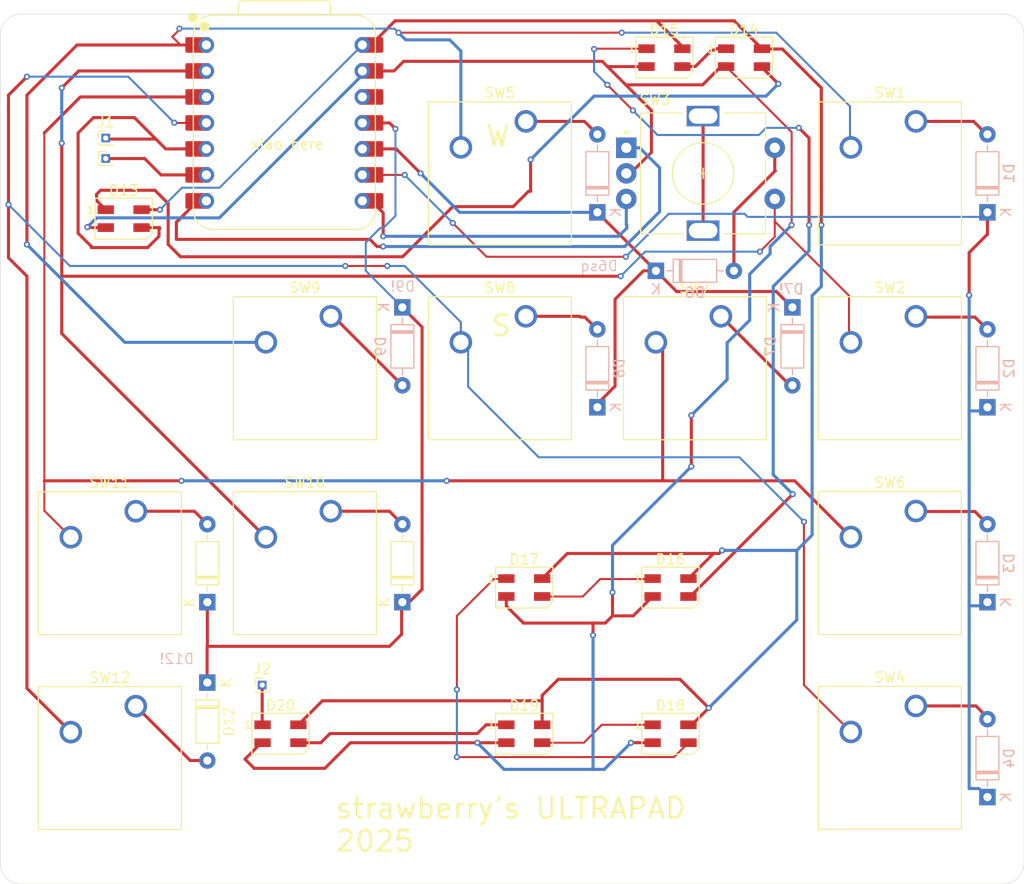
<source format=kicad_pcb>
(kicad_pcb (version 20241129) (generator "pcbnew") (generator_version "8.99")
  (layers (0 "F.Cu" signal) (2 "B.Cu" signal) (13 "F.Paste" user) (15 "B.Paste" user) (5 "F.SilkS" user "F.Silkscreen") (7 "B.SilkS" user "B.Silkscreen") (1 "F.Mask" user) (3 "B.Mask" user) (25 "Edge.Cuts" user))
  (net 0 "")
  (net 1 "Net-(D1-A)")
  (net 2 "ROW1")
  (net 3 "Net-(D2-A)")
  (net 4 "Net-(D3-A)")
  (net 5 "Net-(D4-A)")
  (net 6 "Net-(D5-A)")
  (net 7 "ROW2")
  (net 8 "Net-(D6-A)")
  (net 9 "Net-(D7-A)")
  (net 10 "Net-(D8-A)")
  (net 11 "ROW3")
  (net 12 "Net-(D9-A)")
  (net 13 "Net-(D10-A)")
  (net 14 "Net-(D11-A)")
  (net 15 "Net-(D12-A)")
  (net 16 "+5V")
  (net 17 "GND")
  (net 18 "Net-(D13-DOUT)")
  (net 19 "RGB_IN")
  (net 20 "Net-(D14-DOUT)")
  (net 21 "Net-(D15-DOUT)")
  (net 22 "Net-(D16-DOUT)")
  (net 23 "Net-(D17-DOUT)")
  (net 24 "Net-(D18-DOUT)")
  (net 25 "Net-(D19-DOUT)")
  (net 26 "Net-(D20-DOUT)")
  (net 27 "Net-(J3-Pin_1)")
  (net 28 "COL1")
  (net 29 "COL2")
  (net 30 "rotencB")
  (net 31 "rotencA")
  (net 32 "unconnected-(SW3-PadMP)")
  (net 33 "COL3")
  (net 34 "COL4")
  (net 35 "+3V3")
  (footprint "Button_Switch_Keyboard:SW_Cherry_MX_1.00u_PCB" (layer "F.Cu") (at 121.44375 59.53125)
    (property "Reference" "SW2")
    (property "Value" "SW_Push")
  )
  (footprint "Connector_PinHeader_1.00mm:PinHeader_1x01_P1.00mm_Vertical" (layer "F.Cu") (at 42.30375 44.11125)
    (property "Reference" "J3" (hide yes))
    (property "Value" "Conn_01x01_Pin")
  )
  (footprint "Diode_THT:D_DO-35_SOD27_P7.62mm_Horizontal" (layer "F.Cu") (at 52.228726 95.329404 -90)
    (property "Reference" "D12")
    (property "Value" "1N4148")
  )
  (footprint "Button_Switch_Keyboard:SW_Cherry_MX_1.00u_PCB" (layer "F.Cu") (at 83.34375 40.48125)
    (property "Reference" "SW5")
    (property "Value" "SW_Push")
  )
  (footprint "LED_SMD:LED_SK6812MINI_PLCC4_3.5x3.5mm_P1.75mm" (layer "F.Cu") (at 59.372482 100.33003)
    (property "Reference" "D20")
    (property "Value" "SK6812MINI")
  )
  (footprint "Diode_THT:D_DO-35_SOD27_P7.62mm_Horizontal" (layer "F.Cu") (at 71.278742 87.471266 90)
    (property "Reference" "D10" (hide yes))
    (property "Value" "1N4148")
  )
  (footprint "Connector_PinHeader_1.00mm:PinHeader_1x01_P1.00mm_Vertical" (layer "F.Cu") (at 57.586543 95.567526)
    (property "Reference" "J2")
    (property "Value" "Conn_01x01_Pin")
  )
  (footprint "Connector_PinHeader_1.00mm:PinHeader_1x01_P1.00mm_Vertical" (layer "F.Cu") (at 42.30375 42.11125)
    (property "Reference" "J1")
    (property "Value" "Conn_01x01_Pin")
  )
  (footprint "LED_SMD:LED_SK6812MINI_PLCC4_3.5x3.5mm_P1.75mm" (layer "F.Cu") (at 96.877201 34.250287)
    (property "Reference" "D15")
    (property "Value" "SK6812MINI")
  )
  (footprint "LED_SMD:LED_SK6812MINI_PLCC4_3.5x3.5mm_P1.75mm" (layer "F.Cu") (at 83.185002 86.042518)
    (property "Reference" "D17")
    (property "Value" "SK6812MINI")
  )
  (footprint "Button_Switch_Keyboard:SW_Cherry_MX_1.00u_PCB" (layer "F.Cu") (at 45.24375 78.58125)
    (property "Reference" "SW11")
    (property "Value" "SW_Push")
  )
  (footprint "LED_SMD:LED_SK6812MINI_PLCC4_3.5x3.5mm_P1.75mm" (layer "F.Cu") (at 83.185002 100.33003)
    (property "Reference" "D19")
    (property "Value" "SK6812MINI")
  )
  (footprint "Button_Switch_Keyboard:SW_Cherry_MX_1.00u_PCB" (layer "F.Cu") (at 102.39375 59.53125)
    (property "Reference" "SW7")
    (property "Value" "SW_Push")
  )
  (footprint "Button_Switch_Keyboard:SW_Cherry_MX_1.00u_PCB" (layer "F.Cu") (at 64.29375 78.58125)
    (property "Reference" "SW10")
    (property "Value" "SW_Push")
  )
  (footprint "LED_SMD:LED_SK6812MINI_PLCC4_3.5x3.5mm_P1.75mm" (layer "F.Cu") (at 97.472514 100.33003)
    (property "Reference" "D18")
    (property "Value" "SK6812MINI")
  )
  (footprint "LED_SMD:LED_SK6812MINI_PLCC4_3.5x3.5mm_P1.75mm" (layer "F.Cu") (at 97.472514 86.042518)
    (property "Reference" "D16")
    (property "Value" "SK6812MINI")
  )
  (footprint "seeed-studio_xiao:XIAO-RP2040-DIP" (layer "F.Cu") (at 59.75 40.63125)
    (property "Reference" "U1" (hide yes))
    (property "Value" "MOUDLE-SEEEDUINO-XIAO")
  )
  (footprint "Button_Switch_Keyboard:SW_Cherry_MX_1.00u_PCB" (layer "F.Cu") (at 83.34375 59.53125)
    (property "Reference" "SW8")
    (property "Value" "SW_Push")
  )
  (footprint "LED_SMD:LED_SK6812MINI_PLCC4_3.5x3.5mm_P1.75mm" (layer "F.Cu") (at 44.05375 49.98625)
    (property "Reference" "D13")
    (property "Value" "SK6812MINI")
  )
  (footprint "Rotary_Encoder:RotaryEncoder_Alps_EC11E-Switch_Vertical_H20mm" (layer "F.Cu") (at 93.15375 43.06125)
    (property "Reference" "SW3")
    (property "Value" "RotaryEncoder_Switch_MP")
  )
  (footprint "Diode_THT:D_DO-35_SOD27_P7.62mm_Horizontal" (layer "F.Cu") (at 52.228726 87.471266 90)
    (property "Reference" "D11" (hide yes))
    (property "Value" "1N4148")
  )
  (footprint "Button_Switch_Keyboard:SW_Cherry_MX_1.00u_PCB" (layer "F.Cu") (at 45.24375 97.63125)
    (property "Reference" "SW12")
    (property "Value" "SW_Push")
  )
  (footprint "Button_Switch_Keyboard:SW_Cherry_MX_1.00u_PCB" (layer "F.Cu") (at 64.29375 59.53125)
    (property "Reference" "SW9")
    (property "Value" "SW_Push")
  )
  (footprint "Button_Switch_Keyboard:SW_Cherry_MX_1.00u_PCB" (layer "F.Cu") (at 121.44375 40.48125)
    (property "Reference" "SW1")
    (property "Value" "SW_Push")
  )
  (footprint "LED_SMD:LED_SK6812MINI_PLCC4_3.5x3.5mm_P1.75mm" (layer "F.Cu") (at 104.652209 34.250287)
    (property "Reference" "D14")
    (property "Value" "SK6812MINI")
  )
  (footprint "Button_Switch_Keyboard:SW_Cherry_MX_1.00u_PCB" (layer "F.Cu") (at 121.44 78.5625)
    (property "Reference" "SW6")
    (property "Value" "SW_Push")
  )
  (footprint "Button_Switch_Keyboard:SW_Cherry_MX_1.00u_PCB" (layer "F.Cu") (at 121.44 97.6125)
    (property "Reference" "SW4")
    (property "Value" "SW_Push")
  )
  (footprint "Diode_THT:D_DO-35_SOD27_P7.62mm_Horizontal" (layer "B.Cu") (at 90.328758 49.371234 90)
    (property "Reference" "D5" (hide yes))
    (property "Value" "1N4148")
  )
  (footprint "Diode_THT:D_DO-35_SOD27_P7.62mm_Horizontal" (layer "B.Cu") (at 96.043766 55.086242)
    (property "Reference" "D6")
    (property "Value" "1N4148")
  )
  (footprint "Diode_THT:D_DO-35_SOD27_P7.62mm_Horizontal" (layer "B.Cu") (at 128.42879 68.42125 90)
    (property "Reference" "D2")
    (property "Value" "1N4148")
  )
  (footprint "Diode_THT:D_DO-35_SOD27_P7.62mm_Horizontal" (layer "B.Cu") (at 109.378774 58.65812 -90)
    (property "Reference" "D7")
    (property "Value" "1N4148")
  )
  (footprint "Diode_THT:D_DO-35_SOD27_P7.62mm_Horizontal" (layer "B.Cu") (at 90.328758 68.42125 90)
    (property "Reference" "D8")
    (property "Value" "1N4148")
  )
  (footprint "Diode_THT:D_DO-35_SOD27_P7.62mm_Horizontal" (layer "B.Cu") (at 128.42879 106.521282 90)
    (property "Reference" "D4")
    (property "Value" "1N4148")
  )
  (footprint "Diode_THT:D_DO-35_SOD27_P7.62mm_Horizontal" (layer "B.Cu") (at 128.42879 49.371234 90)
    (property "Reference" "D1")
    (property "Value" "1N4148")
  )
  (footprint "Diode_THT:D_DO-35_SOD27_P7.62mm_Horizontal" (layer "B.Cu") (at 71.278742 58.65812 -90)
    (property "Reference" "D9")
    (property "Value" "1N4148")
  )
  (footprint "Diode_THT:D_DO-35_SOD27_P7.62mm_Horizontal" (layer "B.Cu") (at 128.42879 87.471266 90)
    (property "Reference" "D3")
    (property "Value" "1N4148")
  )
  (gr_arc (start 132 113) (mid 131.414214 114.414214) (end 130 115) (stroke (width 0.05)) (layer "Edge.Cuts"))
  (gr_line (start 132 113) (end 132 32) (stroke (width 0.05)) (layer "Edge.Cuts"))
  (gr_arc (start 130 30) (mid 131.414214 30.585786) (end 132 32) (stroke (width 0.05)) (layer "Edge.Cuts"))
  (gr_line (start 34 30) (end 130 30) (stroke (width 0.05)) (layer "Edge.Cuts"))
  (gr_line (start 34 115) (end 130 115) (stroke (width 0.05)) (layer "Edge.Cuts"))
  (gr_arc (start 32 32) (mid 32.585786 30.585786) (end 34 30) (stroke (width 0.05)) (layer "Edge.Cuts"))
  (gr_arc (start 34 115) (mid 32.585786 114.414214) (end 32 113) (stroke (width 0.05)) (layer "Edge.Cuts"))
  (gr_line (start 32 32) (end 32 113) (stroke (width 0.05)) (layer "Edge.Cuts"))
  (gr_text "xiao here" (at 56.40375 43.29875 0) (layer "F.SilkS") (effects (font (size 1 1)) (justify left bottom)))
  (gr_text "strawberry's ULTRAPAD\n2025" (at 64.6 112 0) (layer "F.SilkS") (effects (font (size 2 2) (thickness 0.25)) (justify left bottom)))
  (gr_text "W" (at 79.30375 43.11125 0) (layer "F.SilkS") (effects (font (size 2 2) (thickness 0.25)) (justify left bottom)))
  (gr_text "S" (at 79.80375 61.61125 0) (layer "F.SilkS") (effects (font (size 2 2) (thickness 0.25)) (justify left bottom)))
  (gr_text "D7!" (at 110.5694 57.467494 0) (layer "B.SilkS") (effects (font (size 1 1)) (justify left bottom mirror)))
  (gr_text "D9!" (at 72.6 57.2 0) (layer "B.SilkS") (effects (font (size 1 1) (thickness 0.1)) (justify left bottom mirror)))
  (gr_text "D6sq" (at 92.4 55.2 0) (layer "B.SilkS") (effects (font (size 1 1) (thickness 0.1)) (justify left bottom mirror)))
  (gr_text "D12!" (at 51 93.6 0) (layer "B.SilkS") (effects (font (size 1 1) (thickness 0.1)) (justify left bottom mirror)))
  (segment (start 127.07375 40.48125) (end 121.44375 40.48125) (width 0.3) (layer "F.Cu") (net 1))
  (segment (start 128.42879 41.751234) (end 128.343734 41.751234) (width 0.3) (layer "F.Cu") (net 1))
  (segment (start 128.343734 41.751234) (end 127.07375 40.48125) (width 0.3) (layer "F.Cu") (net 1))
  (segment (start 68.205 45.71125) (end 71.50375 45.71125) (width 0.2) (layer "F.Cu") (net 2))
  (segment (start 126.642851 53.300303) (end 126.642851 57.467494) (width 0.3) (layer "F.Cu") (net 2))
  (segment (start 76.20375 50.41125) (end 79.50375 53.71125) (width 0.2) (layer "F.Cu") (net 2))
  (segment (start 128.42879 51.514364) (end 127.238164 52.70499) (width 0.3) (layer "F.Cu") (net 2))
  (segment (start 128.42879 49.371234) (end 128.42879 51.514364) (width 0.3) (layer "F.Cu") (net 2))
  (segment (start 79.50375 53.71125) (end 93.10375 53.71125) (width 0.2) (layer "F.Cu") (net 2))
  (segment (start 127.238164 52.70499) (end 126.642851 53.300303) (width 0.3) (layer "F.Cu") (net 2))
  (via (at 126.642851 57.467494) (size 0.6) (drill 0.3) (layers "F.Cu" "B.Cu") (net 2))
  (via (at 71.50375 45.71125) (size 0.6) (drill 0.3) (layers "F.Cu" "B.Cu") (net 2))
  (via (at 76.20375 50.41125) (size 0.6) (drill 0.3) (layers "F.Cu" "B.Cu") (net 2))
  (via (at 93.10375 53.71125) (size 0.6) (drill 0.3) (layers "F.Cu" "B.Cu") (net 2))
  (segment (start 104.70375 49.51125) (end 105.00375 49.81125) (width 0.2) (layer "B.Cu") (net 2))
  (segment (start 126.642851 87.828457) (end 126.642851 105.687847) (width 0.3) (layer "B.Cu") (net 2))
  (segment (start 128.071599 68.778441) (end 128.42879 68.42125) (width 0.3) (layer "B.Cu") (net 2))
  (segment (start 71.50375 45.71125) (end 76.20375 50.41125) (width 0.2) (layer "B.Cu") (net 2))
  (segment (start 128.071599 87.828457) (end 128.42879 87.471266) (width 0.3) (layer "B.Cu") (net 2))
  (segment (start 126.642851 105.687847) (end 127.595355 105.687847) (width 0.3) (layer "B.Cu") (net 2))
  (segment (start 97.30375 49.51125) (end 104.70375 49.51125) (width 0.2) (layer "B.Cu") (net 2))
  (segment (start 127.988774 49.81125) (end 128.42879 49.371234) (width 0.2) (layer "B.Cu") (net 2))
  (segment (start 126.642851 68.778441) (end 128.071599 68.778441) (width 0.3) (layer "B.Cu") (net 2))
  (segment (start 126.642851 68.778441) (end 126.642851 87.828457) (width 0.3) (layer "B.Cu") (net 2))
  (segment (start 126.642851 57.467494) (end 126.642851 68.778441) (width 0.3) (layer "B.Cu") (net 2))
  (segment (start 126.642851 87.828457) (end 128.071599 87.828457) (width 0.3) (layer "B.Cu") (net 2))
  (segment (start 93.10375 53.71125) (end 97.30375 49.51125) (width 0.2) (layer "B.Cu") (net 2))
  (segment (start 127.595355 105.687847) (end 128.42879 106.521282) (width 0.3) (layer "B.Cu") (net 2))
  (segment (start 105.00375 49.81125) (end 127.988774 49.81125) (width 0.2) (layer "B.Cu") (net 2))
  (segment (start 128.39375 60.80125) (end 127.20375 59.61125) (width 0.3) (layer "F.Cu") (net 3))
  (segment (start 121.52375 59.61125) (end 121.44375 59.53125) (width 0.3) (layer "F.Cu") (net 3))
  (segment (start 127.20375 59.61125) (end 121.52375 59.61125) (width 0.3) (layer "F.Cu") (net 3))
  (segment (start 128.42879 60.80125) (end 128.39375 60.80125) (width 0.3) (layer "F.Cu") (net 3))
  (segment (start 128.42879 79.83629) (end 127.20375 78.61125) (width 0.3) (layer "F.Cu") (net 4))
  (segment (start 128.42879 79.851266) (end 128.42879 79.83629) (width 0.3) (layer "F.Cu") (net 4))
  (segment (start 121.48875 78.61125) (end 121.44 78.5625) (width 0.3) (layer "F.Cu") (net 4))
  (segment (start 127.20375 78.61125) (end 121.48875 78.61125) (width 0.3) (layer "F.Cu") (net 4))
  (segment (start 128.42879 98.73629) (end 127.30375 97.61125) (width 0.3) (layer "F.Cu") (net 5))
  (segment (start 128.42879 98.901282) (end 128.42879 98.73629) (width 0.3) (layer "F.Cu") (net 5))
  (segment (start 127.0025 97.6125) (end 121.44 97.6125) (width 0.3) (layer "F.Cu") (net 5))
  (segment (start 127.30375 97.61125) (end 127.00375 97.61125) (width 0.3) (layer "F.Cu") (net 5))
  (segment (start 127.00375 97.61125) (end 127.0025 97.6125) (width 0.3) (layer "F.Cu") (net 5))
  (segment (start 90.328758 41.751234) (end 89.058774 40.48125) (width 0.3) (layer "F.Cu") (net 6))
  (segment (start 89.058774 40.48125) (end 83.34375 40.48125) (width 0.3) (layer "F.Cu") (net 6))
  (segment (start 70.674697 43.17125) (end 67.37 43.17125) (width 0.3) (layer "F.Cu") (net 7))
  (segment (start 94.828758 55.086242) (end 96.043766 55.086242) (width 0.3) (layer "F.Cu") (net 7))
  (segment (start 90.328758 68.086242) (end 92.05375 66.36125) (width 0.3) (layer "F.Cu") (net 7))
  (segment (start 73.064681 45.561234) (end 70.674697 43.17125) (width 0.3) (layer "F.Cu") (net 7))
  (segment (start 92.05375 57.86125) (end 94.828758 55.086242) (width 0.3) (layer "F.Cu") (net 7))
  (segment (start 90.328758 68.42125) (end 90.328758 68.086242) (width 0.3) (layer "F.Cu") (net 7))
  (segment (start 92.05375 66.36125) (end 92.05375 57.86125) (width 0.3) (layer "F.Cu") (net 7))
  (segment (start 96.043766 55.086242) (end 90.328758 49.371234) (width 0.3) (layer "F.Cu") (net 7))
  (segment (start 107.80375 57.11125) (end 98.068774 57.11125) (width 0.3) (layer "F.Cu") (net 7))
  (segment (start 98.068774 57.11125) (end 96.043766 55.086242) (width 0.3) (layer "F.Cu") (net 7))
  (segment (start 109.378774 58.65812) (end 109.35062 58.65812) (width 0.3) (layer "F.Cu") (net 7))
  (segment (start 109.35062 58.65812) (end 107.80375 57.11125) (width 0.3) (layer "F.Cu") (net 7))
  (via (at 73.064681 45.561234) (size 0.6) (drill 0.3) (layers "F.Cu" "B.Cu") (net 7))
  (segment (start 67.378732 43.179982) (end 67.37 43.17125) (width 0.3) (layer "B.Cu") (net 7))
  (segment (start 90.328758 49.371234) (end 76.874681 49.371234) (width 0.3) (layer "B.Cu") (net 7))
  (segment (start 76.874681 49.371234) (end 73.064681 45.561234) (width 0.3) (layer "B.Cu") (net 7))
  (segment (start 107.65375 45.26125) (end 107.65375 43.06125) (width 0.3) (layer "F.Cu") (net 8))
  (segment (start 103.663766 55.086242) (end 103.663766 49.351234) (width 0.3) (layer "F.Cu") (net 8))
  (segment (start 103.663766 49.351234) (end 107.70375 45.31125) (width 0.3) (layer "F.Cu") (net 8))
  (segment (start 107.70375 45.31125) (end 107.65375 45.26125) (width 0.3) (layer "F.Cu") (net 8))
  (segment (start 109.14062 66.27812) (end 102.39375 59.53125) (width 0.3) (layer "F.Cu") (net 9))
  (segment (start 109.378774 66.27812) (end 109.14062 66.27812) (width 0.3) (layer "F.Cu") (net 9))
  (segment (start 89.10375 59.61125) (end 88.70375 59.61125) (width 0.3) (layer "F.Cu") (net 10))
  (segment (start 90.328758 60.80125) (end 90.29375 60.80125) (width 0.3) (layer "F.Cu") (net 10))
  (segment (start 88.62375 59.53125) (end 83.34375 59.53125) (width 0.3) (layer "F.Cu") (net 10))
  (segment (start 90.29375 60.80125) (end 89.10375 59.61125) (width 0.3) (layer "F.Cu") (net 10))
  (segment (start 88.70375 59.61125) (end 88.62375 59.53125) (width 0.3) (layer "F.Cu") (net 10))
  (segment (start 70.028726 91.786274) (end 71.20375 90.61125) (width 0.3) (layer "F.Cu") (net 11))
  (segment (start 52.20375 91.81125) (end 52.20375 95.304428) (width 0.3) (layer "F.Cu") (net 11))
  (segment (start 71.943734 87.471266) (end 73.20375 86.21125) (width 0.3) (layer "F.Cu") (net 11))
  (segment (start 52.20375 95.304428) (end 52.228726 95.329404) (width 0.3) (layer "F.Cu") (net 11))
  (segment (start 71.20375 87.546258) (end 71.278742 87.471266) (width 0.3) (layer "F.Cu") (net 11))
  (segment (start 73.20375 60.583128) (end 71.278742 58.65812) (width 0.3) (layer "F.Cu") (net 11))
  (segment (start 68.205 40.63125) (end 70.02375 40.63125) (width 0.3) (layer "F.Cu") (net 11))
  (segment (start 52.228726 91.786274) (end 70.028726 91.786274) (width 0.3) (layer "F.Cu") (net 11))
  (segment (start 52.228726 87.471266) (end 52.228726 91.786274) (width 0.3) (layer "F.Cu") (net 11))
  (segment (start 71.20375 90.61125) (end 71.20375 87.546258) (width 0.3) (layer "F.Cu") (net 11))
  (segment (start 71.278742 87.471266) (end 71.943734 87.471266) (width 0.3) (layer "F.Cu") (net 11))
  (segment (start 70.02375 40.63125) (end 70.60375 41.21125) (width 0.3) (layer "F.Cu") (net 11))
  (segment (start 73.20375 86.21125) (end 73.20375 60.583128) (width 0.3) (layer "F.Cu") (net 11))
  (segment (start 52.228726 91.786274) (end 52.20375 91.81125) (width 0.3) (layer "F.Cu") (net 11))
  (via (at 70.60375 41.21125) (size 0.6) (drill 0.3) (layers "F.Cu" "B.Cu") (net 11))
  (segment (start 69.40375 50.91125) (end 69.10375 50.91125) (width 0.2) (layer "B.Cu") (net 11))
  (segment (start 67.70375 55.083128) (end 71.278742 58.65812) (width 0.2) (layer "B.Cu") (net 11))
  (segment (start 68.90375 51.11125) (end 67.70375 52.31125) (width 0.2) (layer "B.Cu") (net 11))
  (segment (start 70.60375 49.71125) (end 69.40375 50.91125) (width 0.2) (layer "B.Cu") (net 11))
  (segment (start 68.90375 51.11025) (end 68.90375 51.11125) (width 0.2) (layer "B.Cu") (net 11))
  (segment (start 69.10375 50.91125) (end 68.90475 51.11025) (width 0.2) (layer "B.Cu") (net 11))
  (segment (start 67.70375 52.31125) (end 67.70375 55.083128) (width 0.2) (layer "B.Cu") (net 11))
  (segment (start 68.90475 51.11025) (end 68.90375 51.11025) (width 0.2) (layer "B.Cu") (net 11))
  (segment (start 70.60375 41.21125) (end 70.60375 49.71125) (width 0.2) (layer "B.Cu") (net 11))
  (segment (start 71.278742 66.27812) (end 64.531872 59.53125) (width 0.3) (layer "F.Cu") (net 12))
  (segment (start 64.531872 59.53125) (end 64.29375 59.53125) (width 0.3) (layer "F.Cu") (net 12))
  (segment (start 70.008726 78.58125) (end 64.29375 78.58125) (width 0.3) (layer "F.Cu") (net 13))
  (segment (start 71.278742 79.851266) (end 70.008726 78.58125) (width 0.3) (layer "F.Cu") (net 13))
  (segment (start 52.228726 79.851266) (end 50.95871 78.58125) (width 0.3) (layer "F.Cu") (net 14))
  (segment (start 50.95871 78.58125) (end 45.24375 78.58125) (width 0.3) (layer "F.Cu") (net 14))
  (segment (start 50.561904 102.949404) (end 45.24375 97.63125) (width 0.3) (layer "F.Cu") (net 15))
  (segment (start 52.228726 102.949404) (end 50.561904 102.949404) (width 0.3) (layer "F.Cu") (net 15))
  (segment (start 84.935002 99.45503) (end 84.935002 97.11125) (width 0.3) (layer "F.Cu") (net 16))
  (segment (start 102.50375 82.41125) (end 102.20375 82.71125) (width 0.3) (layer "F.Cu") (net 16))
  (segment (start 108.40375 33.41125) (end 112.20375 37.21125) (width 0.3) (layer "F.Cu") (net 16))
  (segment (start 112.20375 37.21125) (end 112.20375 47.11125) (width 0.3) (layer "F.Cu") (net 16))
  (segment (start 101.678782 82.71125) (end 99.222514 85.167518) (width 0.3) (layer "F.Cu") (net 16))
  (segment (start 63.466262 97.11125) (end 61.122482 99.45503) (width 0.3) (layer "F.Cu") (net 16))
  (segment (start 86.50375 95.01125) (end 98.40375 95.01125) (width 0.3) (layer "F.Cu") (net 16))
  (segment (start 45.80375 49.11125) (end 47.60375 49.11125) (width 0.3) (layer "F.Cu") (net 16))
  (segment (start 84.935002 97.11125) (end 84.935002 96.579998) (width 0.3) (layer "F.Cu") (net 16))
  (segment (start 106.402209 33.375287) (end 106.438172 33.41125) (width 0.3) (layer "F.Cu") (net 16))
  (segment (start 96.10375 30.651) (end 103.70375 30.651) (width 0.3) (layer "F.Cu") (net 16))
  (segment (start 68.205 33.01125) (end 70.56525 30.651) (width 0.3) (layer "F.Cu") (net 16))
  (segment (start 103.70375 30.651) (end 103.70375 30.676828) (width 0.3) (layer "F.Cu") (net 16))
  (segment (start 98.627201 33.174451) (end 96.10375 30.651) (width 0.3) (layer "F.Cu") (net 16))
  (segment (start 101.20375 97.81125) (end 99.55997 99.45503) (width 0.3) (layer "F.Cu") (net 16))
  (segment (start 98.627201 33.375287) (end 98.627201 33.174451) (width 0.3) (layer "F.Cu") (net 16))
  (segment (start 103.70375 30.676828) (end 106.402209 33.375287) (width 0.3) (layer "F.Cu") (net 16))
  (segment (start 106.438172 33.41125) (end 108.40375 33.41125) (width 0.3) (layer "F.Cu") (net 16))
  (segment (start 70.56525 30.651) (end 96.10375 30.651) (width 0.3) (layer "F.Cu") (net 16))
  (segment (start 87.39127 82.71125) (end 84.935002 85.167518) (width 0.3) (layer "F.Cu") (net 16))
  (segment (start 102.20375 82.71125) (end 101.678782 82.71125) (width 0.3) (layer "F.Cu") (net 16))
  (segment (start 84.935002 97.11125) (end 63.466262 97.11125) (width 0.3) (layer "F.Cu") (net 16))
  (segment (start 101.678782 82.71125) (end 87.39127 82.71125) (width 0.3) (layer "F.Cu") (net 16))
  (segment (start 98.40375 95.01125) (end 101.20375 97.81125) (width 0.3) (layer "F.Cu") (net 16))
  (segment (start 99.55997 99.45503) (end 99.222514 99.45503) (width 0.3) (layer "F.Cu") (net 16))
  (segment (start 112.20375 47.11125) (end 112.20375 50.61125) (width 0.3) (layer "F.Cu") (net 16))
  (segment (start 84.935002 96.579998) (end 86.50375 95.01125) (width 0.3) (layer "F.Cu") (net 16))
  (via (at 102.50375 82.41125) (size 0.6) (drill 0.3) (layers "F.Cu" "B.Cu") (net 16))
  (via (at 47.60375 49.11125) (size 0.6) (drill 0.3) (layers "F.Cu" "B.Cu") (net 16))
  (via (at 112.20375 50.61125) (size 0.6) (drill 0.3) (layers "F.Cu" "B.Cu") (net 16))
  (via (at 101.20375 97.81125) (size 0.6) (drill 0.3) (layers "F.Cu" "B.Cu") (net 16))
  (segment (start 47.60375 49.11125) (end 47.70375 49.11125) (width 0.3) (layer "B.Cu") (net 16))
  (segment (start 49.75375 46.96125) (end 53.42 46.96125) (width 0.2) (layer "B.Cu") (net 16))
  (segment (start 109.80375 82.41125) (end 102.50375 82.41125) (width 0.3) (layer "B.Cu") (net 16))
  (segment (start 112.20375 56.61125) (end 111.30375 57.51125) (width 0.3) (layer "B.Cu") (net 16))
  (segment (start 47.60375 49.11125) (end 49.75375 46.96125) (width 0.2) (layer "B.Cu") (net 16))
  (segment (start 109.80375 89.21125) (end 101.20375 97.81125) (width 0.3) (layer "B.Cu") (net 16))
  (segment (start 53.42 46.96125) (end 67.37 33.01125) (width 0.2) (layer "B.Cu") (net 16))
  (segment (start 109.80375 82.41125) (end 109.80375 89.21125) (width 0.3) (layer "B.Cu") (net 16))
  (segment (start 112.20375 50.61125) (end 112.20375 56.61125) (width 0.3) (layer "B.Cu") (net 16))
  (segment (start 111.30375 80.91125) (end 109.80375 82.41125) (width 0.3) (layer "B.Cu") (net 16))
  (segment (start 111.30375 57.51125) (end 111.30375 80.91125) (width 0.3) (layer "B.Cu") (net 16))
  (segment (start 89.90375 89.51125) (end 83.10375 89.51125) (width 0.3) (layer "F.Cu") (net 17))
  (segment (start 71.40375 34.61125) (end 90.80375 34.61125) (width 0.3) (layer "F.Cu") (net 17))
  (segment (start 83.10375 89.51125) (end 81.435002 87.842502) (width 0.3) (layer "F.Cu") (net 17))
  (segment (start 100.60375 36.91125) (end 102.389713 35.125287) (width 0.3) (layer "F.Cu") (net 17))
  (segment (start 89.90375 90.71125) (end 89.90375 89.51125) (width 0.3) (layer "F.Cu") (net 17))
  (segment (start 91.317787 35.125287) (end 91.30375 35.11125) (width 0.3) (layer "F.Cu") (net 17))
  (segment (start 66.20375 101.21125) (end 63.70375 103.71125) (width 0.3) (layer "F.Cu") (net 17))
  (segment (start 56.80375 103.71125) (end 55.90375 102.81125) (width 0.3) (layer "F.Cu") (net 17))
  (segment (start 93.60997 101.20503) (end 93.60375 101.21125) (width 0.3) (layer "F.Cu") (net 17))
  (segment (start 68.205 35.55125) (end 70.46375 35.55125) (width 0.3) (layer "F.Cu") (net 17))
  (segment (start 91.10375 89.51125) (end 89.90375 89.51125) (width 0.3) (layer "F.Cu") (net 17))
  (segment (start 91.80375 88.81125) (end 93.828782 88.81125) (width 0.3) (layer "F.Cu") (net 17))
  (segment (start 91.30375 35.11125) (end 93.10375 36.91125) (width 0.3) (layer "F.Cu") (net 17))
  (segment (start 63.70375 103.71125) (end 56.80375 103.71125) (width 0.3) (layer "F.Cu") (net 17))
  (segment (start 93.10375 36.91125) (end 95.60375 39.41125) (width 0.3) (layer "F.Cu") (net 17))
  (segment (start 55.90375 102.81125) (end 57.50997 101.20503) (width 0.3) (layer "F.Cu") (net 17))
  (segment (start 78.60375 101.21125) (end 66.20375 101.21125) (width 0.3) (layer "F.Cu") (net 17))
  (segment (start 99.50375 69.21125) (end 99.50375 74.21125) (width 0.3) (layer "F.Cu") (net 17))
  (segment (start 91.80375 88.81125) (end 91.10375 89.51125) (width 0.3) (layer "F.Cu") (net 17))
  (segment (start 81.435002 87.842502) (end 81.435002 86.917518) (width 0.3) (layer "F.Cu") (net 17))
  (segment (start 109.30375 43.41125) (end 109.30375 50.61125) (width 0.2) (layer "F.Cu") (net 17))
  (segment (start 95.60375 39.41125) (end 95.60375 43.51125) (width 0.3) (layer "F.Cu") (net 17))
  (segment (start 40.55375 50.86125) (end 40.50375 50.81125) (width 0.3) (layer "F.Cu") (net 17))
  (segment (start 95.60375 43.51125) (end 93.55375 45.56125) (width 0.3) (layer "F.Cu") (net 17))
  (segment (start 90.80375 34.61125) (end 91.30375 35.11125) (width 0.3) (layer "F.Cu") (net 17))
  (segment (start 57.50997 101.20503) (end 57.622482 101.20503) (width 0.3) (layer "F.Cu") (net 17))
  (segment (start 95.722514 101.20503) (end 93.60997 101.20503) (width 0.3) (layer "F.Cu") (net 17))
  (segment (start 93.55375 45.56125) (end 93.15375 45.56125) (width 0.3) (layer "F.Cu") (net 17))
  (segment (start 109.30375 41.526828) (end 109.30375 43.41125) (width 0.2) (layer "F.Cu") (net 17))
  (segment (start 93.10375 36.91125) (end 100.60375 36.91125) (width 0.3) (layer "F.Cu") (net 17))
  (segment (start 81.428782 101.21125) (end 81.435002 101.20503) (width 0.3) (layer "F.Cu") (net 17))
  (segment (start 78.60375 101.21125) (end 81.428782 101.21125) (width 0.3) (layer "F.Cu") (net 17))
  (segment (start 102.902209 35.125287) (end 109.30375 41.526828) (width 0.2) (layer "F.Cu") (net 17))
  (segment (start 70.46375 35.55125) (end 71.40375 34.61125) (width 0.3) (layer "F.Cu") (net 17))
  (segment (start 93.828782 88.81125) (end 95.722514 86.917518) (width 0.3) (layer "F.Cu") (net 17))
  (segment (start 91.80375 86.51125) (end 91.80375 88.81125) (width 0.3) (layer "F.Cu") (net 17))
  (segment (start 42.30375 50.86125) (end 40.55375 50.86125) (width 0.3) (layer "F.Cu") (net 17))
  (segment (start 95.127201 35.125287) (end 91.317787 35.125287) (width 0.3) (layer "F.Cu") (net 17))
  (segment (start 102.389713 35.125287) (end 102.902209 35.125287) (width 0.3) (layer "F.Cu") (net 17))
  (via (at 99.50375 69.21125) (size 0.6) (drill 0.3) (layers "F.Cu" "B.Cu") (net 17))
  (via (at 89.90375 90.71125) (size 0.6) (drill 0.3) (layers "F.Cu" "B.Cu") (net 17))
  (via (at 78.60375 101.21125) (size 0.6) (drill 0.3) (layers "F.Cu" "B.Cu") (net 17))
  (via (at 109.30375 50.61125) (size 0.6) (drill 0.3) (layers "F.Cu" "B.Cu") (net 17))
  (via (at 40.50375 50.81125) (size 0.6) (drill 0.3) (layers "F.Cu" "B.Cu") (net 17))
  (via (at 99.50375 74.21125) (size 0.6) (drill 0.3) (layers "F.Cu" "B.Cu") (net 17))
  (via (at 91.80375 86.51125) (size 0.6) (drill 0.3) (layers "F.Cu" "B.Cu") (net 17))
  (via (at 93.60375 101.21125) (size 0.6) (drill 0.3) (layers "F.Cu" "B.Cu") (net 17))
  (segment (start 81.90375 103.81125) (end 81.20375 103.81125) (width 0.3) (layer "B.Cu") (net 17))
  (segment (start 91.80375 81.91125) (end 91.80375 86.51125) (width 0.3) (layer "B.Cu") (net 17))
  (segment (start 81.20375 103.81125) (end 78.60375 101.21125) (width 0.3) (layer "B.Cu") (net 17))
  (segment (start 67.37 35.945) (end 67.37 35.55125) (width 0.3) (layer "B.Cu") (net 17))
  (segment (start 91.00375 103.81125) (end 89.90375 103.81125) (width 0.3) (layer "B.Cu") (net 17))
  (segment (start 105.20375 55.41125) (end 105.20375 59.91125) (width 0.3) (layer "B.Cu") (net 17))
  (segment (start 93.60375 101.21125) (end 91.00375 103.81125) (width 0.3) (layer "B.Cu") (net 17))
  (segment (start 105.20375 59.91125) (end 103.00375 62.11125) (width 0.3) (layer "B.Cu") (net 17))
  (segment (start 89.90375 103.81125) (end 89.90375 90.71125) (width 0.3) (layer "B.Cu") (net 17))
  (segment (start 53.40375 49.91125) (end 67.37 35.945) (width 0.3) (layer "B.Cu") (net 17))
  (segment (start 40.50375 50.81125) (end 41.40375 49.91125) (width 0.3) (layer "B.Cu") (net 17))
  (segment (start 107.20375 52.71125) (end 107.20375 53.41125) (width 0.3) (layer "B.Cu") (net 17))
  (segment (start 99.50375 74.21125) (end 91.80375 81.91125) (width 0.3) (layer "B.Cu") (net 17))
  (segment (start 89.90375 103.81125) (end 81.90375 103.81125) (width 0.3) (layer "B.Cu") (net 17))
  (segment (start 41.40375 49.91125) (end 53.40375 49.91125) (width 0.3) (layer "B.Cu") (net 17))
  (segment (start 103.00375 62.11125) (end 103.00375 65.71125) (width 0.3) (layer "B.Cu") (net 17))
  (segment (start 109.30375 50.61125) (end 107.20375 52.71125) (width 0.3) (layer "B.Cu") (net 17))
  (segment (start 107.20375 53.41125) (end 105.20375 55.41125) (width 0.3) (layer "B.Cu") (net 17))
  (segment (start 103.00375 65.71125) (end 99.50375 69.21125) (width 0.3) (layer "B.Cu") (net 17))
  (segment (start 106.402209 35.209709) (end 106.402209 35.125287) (width 0.3) (layer "F.Cu") (net 18))
  (segment (start 42.30375 49.11125) (end 41.40375 48.21125) (width 0.3) (layer "F.Cu") (net 18))
  (segment (start 48.40375 52.51125) (end 49.60375 53.71125) (width 0.3) (layer "F.Cu") (net 18))
  (segment (start 41.80375 47.21125) (end 46.80375 47.21125) (width 0.3) (layer "F.Cu") (net 18))
  (segment (start 46.80375 47.21125) (end 47.10375 47.21125) (width 0.3) (layer "F.Cu") (net 18))
  (segment (start 49.60375 53.71125) (end 70.60375 53.71125) (width 0.3) (layer "F.Cu") (net 18))
  (segment (start 41.40375 47.61125) (end 41.80375 47.21125) (width 0.3) (layer "F.Cu") (net 18))
  (segment (start 82.10375 48.81125) (end 82.20375 48.71125) (width 0.3) (layer "F.Cu") (net 18))
  (segment (start 41.40375 48.21125) (end 41.40375 47.61125) (width 0.3) (layer "F.Cu") (net 18))
  (segment (start 83.80375 47.31125) (end 83.80375 44.21125) (width 0.3) (layer "F.Cu") (net 18))
  (segment (start 82.20375 48.71125) (end 83.60375 47.31125) (width 0.3) (layer "F.Cu") (net 18))
  (segment (start 71.30375 53.71125) (end 76.20375 48.81125) (width 0.3) (layer "F.Cu") (net 18))
  (segment (start 76.20375 48.81125) (end 82.10375 48.81125) (width 0.3) (layer "F.Cu") (net 18))
  (segment (start 83.60375 47.31125) (end 83.80375 47.31125) (width 0.3) (layer "F.Cu") (net 18))
  (segment (start 47.10375 47.21125) (end 48.40375 48.51125) (width 0.3) (layer "F.Cu") (net 18))
  (segment (start 83.80375 44.21125) (end 83.70375 44.11125) (width 0.3) (layer "F.Cu") (net 18))
  (segment (start 70.60375 53.71125) (end 71.30375 53.71125) (width 0.3) (layer "F.Cu") (net 18))
  (segment (start 48.40375 48.51125) (end 48.40375 52.51125) (width 0.3) (layer "F.Cu") (net 18))
  (segment (start 108.00375 36.81125) (end 106.402209 35.209709) (width 0.3) (layer "F.Cu") (net 18))
  (via (at 83.80375 44.21125) (size 0.6) (drill 0.3) (layers "F.Cu" "B.Cu") (net 18))
  (via (at 108.00375 36.81125) (size 0.6) (drill 0.3) (layers "F.Cu" "B.Cu") (net 18))
  (segment (start 90.00375 38.01125) (end 105.80375 38.01125) (width 0.3) (layer "B.Cu") (net 18))
  (segment (start 83.80375 44.21125) (end 90.00375 38.01125) (width 0.3) (layer "B.Cu") (net 18))
  (segment (start 106.80375 38.01125) (end 108.00375 36.81125) (width 0.3) (layer "B.Cu") (net 18))
  (segment (start 105.80375 38.01125) (end 106.80375 38.01125) (width 0.3) (layer "B.Cu") (net 18))
  (segment (start 51.295 43.17125) (end 48.16375 43.17125) (width 0.3) (layer "F.Cu") (net 19))
  (segment (start 40.90375 52.71125) (end 40.90375 52.81125) (width 0.3) (layer "F.Cu") (net 19))
  (segment (start 46.40375 52.81125) (end 47.50375 51.71125) (width 0.3) (layer "F.Cu") (net 19))
  (segment (start 47.55375 50.86125) (end 45.80375 50.86125) (width 0.3) (layer "F.Cu") (net 19))
  (segment (start 48.16375 43.17125) (end 47.20375 42.21125) (width 0.3) (layer "F.Cu") (net 19))
  (segment (start 41.10375 40.11125) (end 39.60375 41.61125) (width 0.3) (layer "F.Cu") (net 19))
  (segment (start 47.60375 50.91125) (end 47.55375 50.86125) (width 0.3) (layer "F.Cu") (net 19))
  (segment (start 47.20375 42.21125) (end 45.10375 40.11125) (width 0.3) (layer "F.Cu") (net 19))
  (segment (start 39.60375 41.61125) (end 39.60375 51.41125) (width 0.3) (layer "F.Cu") (net 19))
  (segment (start 39.60375 51.41125) (end 40.90375 52.71125) (width 0.3) (layer "F.Cu") (net 19))
  (segment (start 40.90375 52.81125) (end 46.40375 52.81125) (width 0.3) (layer "F.Cu") (net 19))
  (segment (start 47.20375 42.21125) (end 42.40375 42.21125) (width 0.3) (layer "F.Cu") (net 19))
  (segment (start 45.10375 40.11125) (end 41.10375 40.11125) (width 0.3) (layer "F.Cu") (net 19))
  (segment (start 47.50375 51.71125) (end 47.50375 51.01125) (width 0.3) (layer "F.Cu") (net 19))
  (segment (start 42.40375 42.21125) (end 42.30375 42.11125) (width 0.3) (layer "F.Cu") (net 19))
  (segment (start 47.50375 51.01125) (end 47.60375 50.91125) (width 0.3) (layer "F.Cu") (net 19))
  (segment (start 101.939713 33.375287) (end 102.902209 33.375287) (width 0.3) (layer "F.Cu") (net 20))
  (segment (start 101.80375 33.51125) (end 101.939713 33.375287) (width 0.3) (layer "F.Cu") (net 20))
  (segment (start 99.90375 35.11125) (end 101.50375 33.51125) (width 0.3) (layer "F.Cu") (net 20))
  (segment (start 98.641238 35.11125) (end 99.90375 35.11125) (width 0.3) (layer "F.Cu") (net 20))
  (segment (start 98.627201 35.125287) (end 98.641238 35.11125) (width 0.3) (layer "F.Cu") (net 20))
  (segment (start 101.50375 33.51125) (end 101.80375 33.51125) (width 0.3) (layer "F.Cu") (net 20))
  (segment (start 109.40375 76.91125) (end 99.397482 86.917518) (width 0.3) (layer "F.Cu") (net 21))
  (segment (start 91.30375 36.91125) (end 93.80375 39.41125) (width 0.2) (layer "F.Cu") (net 21))
  (segment (start 111.00375 42.11125) (end 111.00375 50.61125) (width 0.3) (layer "F.Cu") (net 21))
  (segment (start 90.039713 33.375287) (end 90.00375 33.41125) (width 0.2) (layer "F.Cu") (net 21))
  (segment (start 99.397482 86.917518) (end 99.222514 86.917518) (width 0.3) (layer "F.Cu") (net 21))
  (segment (start 110.00375 41.11125) (end 111.00375 42.11125) (width 0.3) (layer "F.Cu") (net 21))
  (segment (start 95.127201 33.375287) (end 90.039713 33.375287) (width 0.2) (layer "F.Cu") (net 21))
  (via (at 109.40375 76.91125) (size 0.6) (drill 0.3) (layers "F.Cu" "B.Cu") (net 21))
  (via (at 91.30375 36.91125) (size 0.6) (drill 0.3) (layers "F.Cu" "B.Cu") (net 21))
  (via (at 111.00375 50.61125) (size 0.6) (drill 0.3) (layers "F.Cu" "B.Cu") (net 21))
  (via (at 90.00375 33.41125) (size 0.6) (drill 0.3) (layers "F.Cu" "B.Cu") (net 21))
  (via (at 110.00375 41.11125) (size 0.6) (drill 0.3) (layers "F.Cu" "B.Cu") (net 21))
  (via (at 93.80375 39.41125) (size 0.6) (drill 0.3) (layers "F.Cu" "B.Cu") (net 21))
  (segment (start 106.10375 41.81125) (end 106.80375 41.11125) (width 0.2) (layer "B.Cu") (net 21))
  (segment (start 96.20375 41.81125) (end 106.10375 41.81125) (width 0.2) (layer "B.Cu") (net 21))
  (segment (start 107.50375 75.01125) (end 109.40375 76.91125) (width 0.3) (layer "B.Cu") (net 21))
  (segment (start 111.00375 50.61125) (end 111.00375 53.11125) (width 0.3) (layer "B.Cu") (net 21))
  (segment (start 93.80375 39.41125) (end 96.20375 41.81125) (width 0.2) (layer "B.Cu") (net 21))
  (segment (start 90.00375 35.61125) (end 91.30375 36.91125) (width 0.2) (layer "B.Cu") (net 21))
  (segment (start 107.50375 56.61125) (end 107.50375 75.01125) (width 0.3) (layer "B.Cu") (net 21))
  (segment (start 90.00375 33.41125) (end 90.00375 35.61125) (width 0.2) (layer "B.Cu") (net 21))
  (segment (start 111.00375 53.11125) (end 107.50375 56.61125) (width 0.3) (layer "B.Cu") (net 21))
  (segment (start 106.80375 41.11125) (end 110.00375 41.11125) (width 0.2) (layer "B.Cu") (net 21))
  (segment (start 84.935002 86.917518) (end 88.897482 86.917518) (width 0.2) (layer "F.Cu") (net 22))
  (segment (start 88.897482 86.917518) (end 90.60375 85.21125) (width 0.2) (layer "F.Cu") (net 22))
  (segment (start 90.60375 85.21125) (end 95.678782 85.21125) (width 0.2) (layer "F.Cu") (net 22))
  (segment (start 95.678782 85.21125) (end 95.722514 85.167518) (width 0.2) (layer "F.Cu") (net 22))
  (segment (start 81.39127 85.21125) (end 80.20375 85.21125) (width 0.2) (layer "F.Cu") (net 23))
  (segment (start 81.435002 85.167518) (end 81.39127 85.21125) (width 0.2) (layer "F.Cu") (net 23))
  (segment (start 97.816294 102.61125) (end 99.222514 101.20503) (width 0.2) (layer "F.Cu") (net 23))
  (segment (start 80.20375 85.21125) (end 76.60375 88.81125) (width 0.2) (layer "F.Cu") (net 23))
  (segment (start 76.60375 96.01125) (end 76.60375 88.81125) (width 0.2) (layer "F.Cu") (net 23))
  (segment (start 76.60375 102.61125) (end 97.816294 102.61125) (width 0.2) (layer "F.Cu") (net 23))
  (via (at 76.60375 96.01125) (size 0.6) (drill 0.3) (layers "F.Cu" "B.Cu") (net 23))
  (via (at 76.60375 102.61125) (size 0.6) (drill 0.3) (layers "F.Cu" "B.Cu") (net 23))
  (segment (start 76.60375 102.61125) (end 76.60375 96.01125) (width 0.2) (layer "B.Cu") (net 23))
  (segment (start 89.00997 101.20503) (end 90.75997 99.45503) (width 0.2) (layer "F.Cu") (net 24))
  (segment (start 90.75997 99.45503) (end 95.722514 99.45503) (width 0.2) (layer "F.Cu") (net 24))
  (segment (start 84.935002 101.20503) (end 89.00997 101.20503) (width 0.2) (layer "F.Cu") (net 24))
  (segment (start 61.128702 101.21125) (end 61.122482 101.20503) (width 0.3) (layer "F.Cu") (net 25))
  (segment (start 63.30375 101.21125) (end 61.128702 101.21125) (width 0.3) (layer "F.Cu") (net 25))
  (segment (start 64.20375 100.31125) (end 63.30375 101.21125) (width 0.3) (layer "F.Cu") (net 25))
  (segment (start 78.60375 100.31125) (end 64.20375 100.31125) (width 0.3) (layer "F.Cu") (net 25))
  (segment (start 79.45997 99.45503) (end 78.60375 100.31125) (width 0.3) (layer "F.Cu") (net 25))
  (segment (start 81.435002 99.45503) (end 79.45997 99.45503) (width 0.3) (layer "F.Cu") (net 25))
  (segment (start 57.586543 99.419091) (end 57.622482 99.45503) (width 0.3) (layer "F.Cu") (net 26))
  (segment (start 57.586543 95.567526) (end 57.586543 99.419091) (width 0.3) (layer "F.Cu") (net 26))
  (segment (start 46.10375 44.11125) (end 42.30375 44.11125) (width 0.3) (layer "F.Cu") (net 27))
  (segment (start 47.70375 45.71125) (end 46.10375 44.11125) (width 0.3) (layer "F.Cu") (net 27))
  (segment (start 51.295 45.71125) (end 47.70375 45.71125) (width 0.3) (layer "F.Cu") (net 27))
  (segment (start 39.50375 33.01125) (end 35.40375 37.11125) (width 0.3) (layer "F.Cu") (net 28))
  (segment (start 34.60375 37.91125) (end 34.60375 45.81125) (width 0.3) (layer "F.Cu") (net 28))
  (segment (start 50.00375 33.01125) (end 39.50375 33.01125) (width 0.3) (layer "F.Cu") (net 28))
  (segment (start 70.90375 31.81125) (end 92.70375 31.81125) (width 0.2) (layer "F.Cu") (net 28))
  (segment (start 49.50375 31.51125) (end 49.50375 31.41125) (width 0.2) (layer "F.Cu") (net 28))
  (segment (start 34.60375 45.81125) (end 34.60375 51.61125) (width 0.3) (layer "F.Cu") (net 28))
  (segment (start 35.40375 37.11125) (end 34.60375 37.91125) (width 0.3) (layer "F.Cu") (net 28))
  (segment (start 50.00375 33.01125) (end 49.60375 33.01125) (width 0.2) (layer "F.Cu") (net 28))
  (segment (start 48.80375 32.21125) (end 49.50375 31.51125) (width 0.2) (layer "F.Cu") (net 28))
  (segment (start 34.60375 51.61125) (end 34.60375 52.51125) (width 0.3) (layer "F.Cu") (net 28))
  (segment (start 51.295 33.01125) (end 50.00375 33.01125) (width 0.2) (layer "F.Cu") (net 28))
  (segment (start 49.60375 33.01125) (end 48.80375 32.21125) (width 0.2) (layer "F.Cu") (net 28))
  (via (at 49.50375 31.41125) (size 0.6) (drill 0.3) (layers "F.Cu" "B.Cu") (net 28))
  (via (at 34.60375 52.51125) (size 0.6) (drill 0.3) (layers "F.Cu" "B.Cu") (net 28))
  (via (at 92.70375 31.81125) (size 0.6) (drill 0.3) (layers "F.Cu" "B.Cu") (net 28))
  (via (at 70.90375 31.81125) (size 0.6) (drill 0.3) (layers "F.Cu" "B.Cu") (net 28))
  (segment (start 44.16375 62.07125) (end 57.94375 62.07125) (width 0.3) (layer "B.Cu") (net 28))
  (segment (start 76.99375 33.60125) (end 76.99375 43.02125) (width 0.3) (layer "B.Cu") (net 28))
  (segment (start 49.50375 31.41125) (end 70.50375 31.41125) (width 0.2) (layer "B.Cu") (net 28))
  (segment (start 115.00375 39.01125) (end 115.00375 42.93125) (width 0.2) (layer "B.Cu") (net 28))
  (segment (start 92.70375 31.81125) (end 107.80375 31.81125) (width 0.2) (layer "B.Cu") (net 28))
  (segment (start 71.60375 32.51125) (end 75.90375 32.51125) (width 0.3) (layer "B.Cu") (net 28))
  (segment (start 115.00375 42.93125) (end 115.09375 43.02125) (width 0.2) (layer "B.Cu") (net 28))
  (segment (start 107.80375 31.81125) (end 115.00375 39.01125) (width 0.2) (layer "B.Cu") (net 28))
  (segment (start 75.90375 32.51125) (end 76.99375 33.60125) (width 0.3) (layer "B.Cu") (net 28))
  (segment (start 34.60375 52.51125) (end 44.16375 62.07125) (width 0.3) (layer "B.Cu") (net 28))
  (segment (start 70.90375 31.81125) (end 71.60375 32.51125) (width 0.3) (layer "B.Cu") (net 28))
  (segment (start 70.50375 31.41125) (end 70.90375 31.81125) (width 0.2) (layer "B.Cu") (net 28))
  (segment (start 110.60375 53.21125) (end 107.65375 50.26125) (width 0.2) (layer "F.Cu") (net 29))
  (segment (start 39.66375 35.55125) (end 51.295 35.55125) (width 0.3) (layer "F.Cu") (net 29))
  (segment (start 45.40375 68.61125) (end 38.00375 61.21125) (width 0.3) (layer "F.Cu") (net 29))
  (segment (start 114.90375 61.88125) (end 114.90375 57.51125) (width 0.2) (layer "F.Cu") (net 29))
  (segment (start 38.00375 37.21125) (end 39.66375 35.55125) (width 0.3) (layer "F.Cu") (net 29))
  (segment (start 38.00375 61.21125) (end 38.00375 55.61125) (width 0.3) (layer "F.Cu") (net 29))
  (segment (start 107.65375 50.26125) (end 107.65375 51.76125) (width 0.2) (layer "F.Cu") (net 29))
  (segment (start 57.91375 81.12125) (end 45.40375 68.61125) (width 0.3) (layer "F.Cu") (net 29))
  (segment (start 107.65375 51.76125) (end 106.20375 53.21125) (width 0.2) (layer "F.Cu") (net 29))
  (segment (start 92.60375 55.61125) (end 38.00375 55.61125) (width 0.3) (layer "F.Cu") (net 29))
  (segment (start 107.65375 50.26125) (end 107.65375 48.06125) (width 0.2) (layer "F.Cu") (net 29))
  (segment (start 57.94375 81.12125) (end 57.91375 81.12125) (width 0.3) (layer "F.Cu") (net 29))
  (segment (start 114.90375 57.51125) (end 110.60375 53.21125) (width 0.2) (layer "F.Cu") (net 29))
  (segment (start 115.09375 62.07125) (end 114.90375 61.88125) (width 0.2) (layer "F.Cu") (net 29))
  (segment (start 38.00375 55.61125) (end 38.00375 42.61125) (width 0.3) (layer "F.Cu") (net 29))
  (via (at 92.60375 55.61125) (size 0.6) (drill 0.3) (layers "F.Cu" "B.Cu") (net 29))
  (via (at 38.00375 42.61125) (size 0.6) (drill 0.3) (layers "F.Cu" "B.Cu") (net 29))
  (via (at 106.20375 53.21125) (size 0.6) (drill 0.3) (layers "F.Cu" "B.Cu") (net 29))
  (via (at 38.00375 37.21125) (size 0.6) (drill 0.3) (layers "F.Cu" "B.Cu") (net 29))
  (segment (start 95.00375 53.21125) (end 92.60375 55.61125) (width 0.2) (layer "B.Cu") (net 29))
  (segment (start 38.00375 42.61125) (end 38.00375 37.21125) (width 0.3) (layer "B.Cu") (net 29))
  (segment (start 106.20375 53.21125) (end 95.00375 53.21125) (width 0.2) (layer "B.Cu") (net 29))
  (segment (start 68.205 48.25125) (end 68.24375 48.25125) (width 0.3) (layer "F.Cu") (net 30))
  (segment (start 69.40375 49.41125) (end 69.40375 51.71125) (width 0.3) (layer "F.Cu") (net 30))
  (segment (start 68.24375 48.25125) (end 69.40375 49.41125) (width 0.3) (layer "F.Cu") (net 30))
  (via (at 69.40375 51.71125) (size 0.6) (drill 0.3) (layers "F.Cu" "B.Cu") (net 30))
  (segment (start 93.20375 50.91125) (end 93.20375 50.61125) (width 0.3) (layer "B.Cu") (net 30))
  (segment (start 93.15375 50.56125) (end 93.15375 48.06125) (width 0.3) (layer "B.Cu") (net 30))
  (segment (start 92.40375 51.71125) (end 93.20375 50.91125) (width 0.3) (layer "B.Cu") (net 30))
  (segment (start 69.40375 51.71125) (end 92.40375 51.71125) (width 0.3) (layer "B.Cu") (net 30))
  (segment (start 93.20375 50.61125) (end 93.15375 50.56125) (width 0.3) (layer "B.Cu") (net 30))
  (segment (start 68.80375 52.71125) (end 69.40375 52.71125) (width 0.3) (layer "F.Cu") (net 31))
  (segment (start 49.20375 50.31125) (end 49.20375 52.01125) (width 0.3) (layer "F.Cu") (net 31))
  (segment (start 68.10375 52.01125) (end 68.80375 52.71125) (width 0.3) (layer "F.Cu") (net 31))
  (segment (start 49.235 50.31125) (end 49.20375 50.31125) (width 0.3) (layer "F.Cu") (net 31))
  (segment (start 49.20375 52.01125) (end 68.10375 52.01125) (width 0.3) (layer "F.Cu") (net 31))
  (segment (start 51.295 48.25125) (end 49.235 50.31125) (width 0.3) (layer "F.Cu") (net 31))
  (via (at 69.40375 52.71125) (size 0.6) (drill 0.3) (layers "F.Cu" "B.Cu") (net 31))
  (segment (start 96.40375 49.31125) (end 96.40375 45.01125) (width 0.3) (layer "B.Cu") (net 31))
  (segment (start 94.45375 43.06125) (end 93.15375 43.06125) (width 0.3) (layer "B.Cu") (net 31))
  (segment (start 93.00375 52.71125) (end 96.40375 49.31125) (width 0.3) (layer "B.Cu") (net 31))
  (segment (start 69.40375 52.71125) (end 93.00375 52.71125) (width 0.3) (layer "B.Cu") (net 31))
  (segment (start 96.40375 45.01125) (end 94.45375 43.06125) (width 0.3) (layer "B.Cu") (net 31))
  (segment (start 100.65375 51.16125) (end 100.65375 39.96125) (width 0.3) (layer "F.Cu") (net 32))
  (segment (start 96.70375 75.61125) (end 109.59875 75.61125) (width 0.3) (layer "F.Cu") (net 33))
  (segment (start 109.59875 75.61125) (end 115.09 81.1025) (width 0.3) (layer "F.Cu") (net 33))
  (segment (start 39.82375 38.09125) (end 51.295 38.09125) (width 0.3) (layer "F.Cu") (net 33))
  (segment (start 36.30375 78.53125) (end 36.30375 75.61125) (width 0.2) (layer "F.Cu") (net 33))
  (segment (start 36.30375 41.61125) (end 39.82375 38.09125) (width 0.3) (layer "F.Cu") (net 33))
  (segment (start 36.30375 75.61125) (end 36.30375 41.61125) (width 0.2) (layer "F.Cu") (net 33))
  (segment (start 36.30375 75.61125) (end 49.70375 75.61125) (width 0.3) (layer "F.Cu") (net 33))
  (segment (start 38.89375 81.12125) (end 36.30375 78.53125) (width 0.2) (layer "F.Cu") (net 33))
  (segment (start 96.04375 62.07125) (end 96.70375 62.73125) (width 0.3) (layer "F.Cu") (net 33))
  (segment (start 75.60375 75.61125) (end 96.70375 75.61125) (width 0.3) (layer "F.Cu") (net 33))
  (segment (start 96.70375 62.73125) (end 96.70375 75.61125) (width 0.3) (layer "F.Cu") (net 33))
  (via (at 49.70375 75.61125) (size 0.6) (drill 0.3) (layers "F.Cu" "B.Cu") (net 33))
  (via (at 75.60375 75.61125) (size 0.6) (drill 0.3) (layers "F.Cu" "B.Cu") (net 33))
  (segment (start 96.04375 62.07125) (end 96.60375 62.63125) (width 0.2) (layer "B.Cu") (net 33))
  (segment (start 49.70375 75.61125) (end 75.60375 75.61125) (width 0.3) (layer "B.Cu") (net 33))
  (segment (start 32.80375 37.91125) (end 32.80375 39.21125) (width 0.3) (layer "F.Cu") (net 34))
  (segment (start 32.80375 48.61125) (end 32.80375 53.81125) (width 0.3) (layer "F.Cu") (net 34))
  (segment (start 51.295 40.63125) (end 49.02375 40.63125) (width 0.2) (layer "F.Cu") (net 34))
  (segment (start 34.60375 95.88125) (end 38.89375 100.17125) (width 0.3) (layer "F.Cu") (net 34))
  (segment (start 110.50375 95.56625) (end 115.09 100.1525) (width 0.2) (layer "F.Cu") (net 34))
  (segment (start 49.02375 40.63125) (end 49.00375 40.61125) (width 0.2) (layer "F.Cu") (net 34))
  (segment (start 32.80375 39.21125) (end 32.80375 48.61125) (width 0.3) (layer "F.Cu") (net 34))
  (segment (start 34.60375 36.11125) (end 32.80375 37.91125) (width 0.3) (layer "F.Cu") (net 34))
  (segment (start 65.70375 54.61125) (end 69.80375 54.61125) (width 0.2) (layer "F.Cu") (net 34))
  (segment (start 32.80375 53.81125) (end 34.60375 55.61125) (width 0.3) (layer "F.Cu") (net 34))
  (segment (start 34.60375 55.61125) (end 34.60375 95.88125) (width 0.3) (layer "F.Cu") (net 34))
  (segment (start 110.50375 79.61125) (end 110.50375 95.56625) (width 0.2) (layer "F.Cu") (net 34))
  (via (at 34.60375 36.11125) (size 0.6) (drill 0.3) (layers "F.Cu" "B.Cu") (net 34))
  (via (at 49.00375 40.61125) (size 0.6) (drill 0.3) (layers "F.Cu" "B.Cu") (net 34))
  (via (at 32.80375 48.61125) (size 0.6) (drill 0.3) (layers "F.Cu" "B.Cu") (net 34))
  (via (at 65.70375 54.61125) (size 0.6) (drill 0.3) (layers "F.Cu" "B.Cu") (net 34))
  (via (at 69.80375 54.61125) (size 0.6) (drill 0.3) (layers "F.Cu" "B.Cu") (net 34))
  (via (at 110.50375 79.61125) (size 0.6) (drill 0.3) (layers "F.Cu" "B.Cu") (net 34))
  (segment (start 104.20375 73.31125) (end 110.50375 79.61125) (width 0.2) (layer "B.Cu") (net 34))
  (segment (start 69.80375 54.61125) (end 71.50375 54.61125) (width 0.2) (layer "B.Cu") (net 34))
  (segment (start 38.80375 54.61125) (end 65.70375 54.61125) (width 0.2) (layer "B.Cu") (net 34))
  (segment (start 76.99375 60.32125) (end 76.99375 62.07125) (width 0.2) (layer "B.Cu") (net 34))
  (segment (start 84.60375 73.31125) (end 104.20375 73.31125) (width 0.2) (layer "B.Cu") (net 34))
  (segment (start 49.00375 40.61125) (end 44.50375 36.11125) (width 0.2) (layer "B.Cu") (net 34))
  (segment (start 71.50375 54.61125) (end 77.00375 60.11125) (width 0.2) (layer "B.Cu") (net 34))
  (segment (start 76.99375 62.07125) (end 77.70375 62.78125) (width 0.2) (layer "B.Cu") (net 34))
  (segment (start 32.80375 48.61125) (end 38.80375 54.61125) (width 0.2) (layer "B.Cu") (net 34))
  (segment (start 77.70375 66.41125) (end 84.60375 73.31125) (width 0.2) (layer "B.Cu") (net 34))
  (segment (start 77.00375 60.11125) (end 77.00375 60.31125) (width 0.2) (layer "B.Cu") (net 34))
  (segment (start 77.00375 60.31125) (end 76.99375 60.32125) (width 0.2) (layer "B.Cu") (net 34))
  (segment (start 77.70375 62.78125) (end 77.70375 66.41125) (width 0.2) (layer "B.Cu") (net 34))
  (segment (start 44.50375 36.11125) (end 34.60375 36.11125) (width 0.2) (layer "B.Cu") (net 34))
)
</source>
